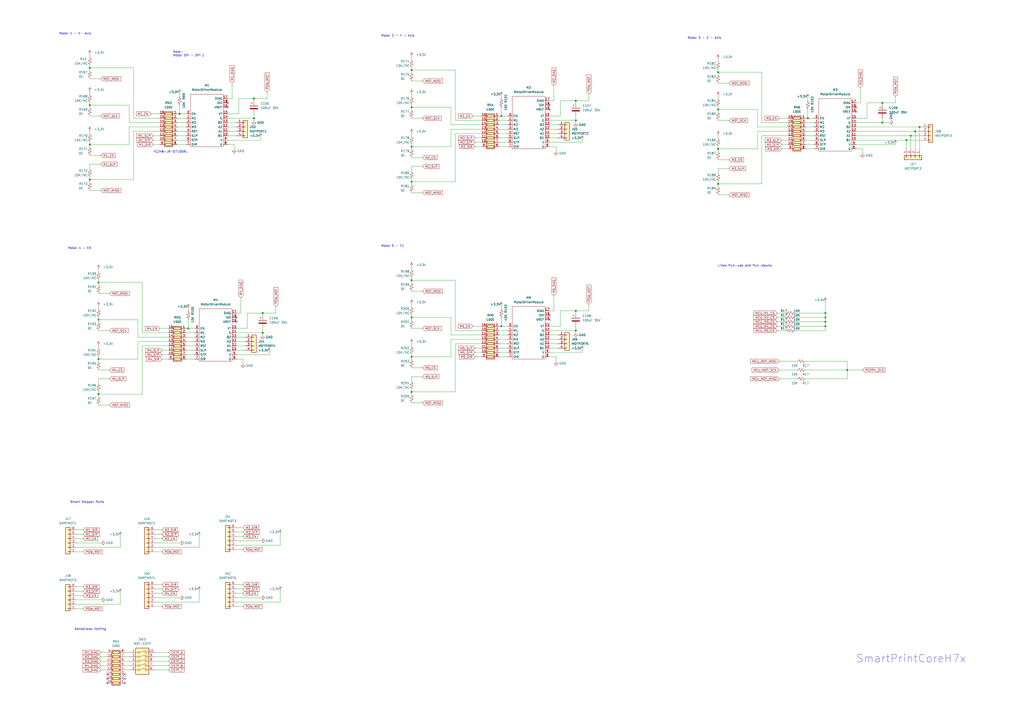
<source format=kicad_sch>
(kicad_sch (version 20230121) (generator eeschema)
  (paper "A2")
  (title_block (title "Motor Drivers") (date "2024-01-18") (rev "1") (company "Boltz R&D") (comment 1 "License: This work is licensed under CC BY-SA 4.0 "))
  (junction (at 478.79 184.15))
  (junction (at 528.32 78.74))
  (junction (at 478.79 181.61))
  (junction (at 478.79 189.23))
  (junction (at 238.76 62.23))
  (junction (at 334.01 58.42))
  (junction (at 57.15 163.83))
  (junction (at 147.32 57.15))
  (junction (at 334.01 191.77))
  (junction (at 52.07 39.37))
  (junction (at 416.56 63.5))
  (junction (at 478.79 186.69))
  (junction (at 290.83 189.23))
  (junction (at 238.76 162.56))
  (junction (at 525.78 81.28))
  (junction (at 334.01 180.34))
  (junction (at 109.22 190.5))
  (junction (at 238.76 184.15))
  (junction (at 290.83 67.31))
  (junction (at 238.76 40.64))
  (junction (at 238.76 85.09))
  (junction (at 530.86 76.2))
  (junction (at 511.81 71.12))
  (junction (at 416.56 106.68))
  (junction (at 57.15 228.6))
  (junction (at 238.76 227.33))
  (junction (at 152.4 193.04))
  (junction (at 238.76 105.41))
  (junction (at 147.32 68.58))
  (junction (at 52.07 104.14))
  (junction (at 52.07 60.96))
  (junction (at 468.63 68.58))
  (junction (at 533.4 73.66))
  (junction (at 152.4 181.61))
  (junction (at 57.15 185.42))
  (junction (at 52.07 83.82))
  (junction (at 511.81 59.69))
  (junction (at 491.49 214.63))
  (junction (at 57.15 208.28))
  (junction (at 104.14 66.04))
  (junction (at 416.56 41.91))
  (junction (at 334.01 69.85))
  (junction (at 238.76 207.01))
  (junction (at 416.56 86.36))
  (no_connect (at 132.08 62.23))
  (no_connect (at 62.23 396.24))
  (no_connect (at 132.08 59.69))
  (no_connect (at 318.77 60.96))
  (no_connect (at 72.39 391.16))
  (no_connect (at 318.77 63.5))
  (no_connect (at 62.23 391.16))
  (no_connect (at 496.57 64.77))
  (no_connect (at 318.77 182.88))
  (no_connect (at 137.16 186.69))
  (no_connect (at 62.23 393.7))
  (no_connect (at 72.39 393.7))
  (no_connect (at 72.39 396.24))
  (no_connect (at 137.16 184.15))
  (no_connect (at 318.77 185.42))
  (no_connect (at 496.57 62.23))
  (wire (pts (xy 52.07 38.1) (xy 52.07 39.37)))
  (wire (pts (xy 325.12 67.31) (xy 325.12 58.42)))
  (wire (pts (xy 245.11 91.44) (xy 238.76 91.44)))
  (wire (pts (xy 416.56 55.88) (xy 416.56 57.15)))
  (wire (pts (xy 457.2 76.2) (xy 439.42 76.2)))
  (wire (pts (xy 238.76 33.02) (xy 238.76 34.29)))
  (wire (pts (xy 441.96 71.12) (xy 441.96 41.91)))
  (wire (pts (xy 152.4 181.61) (xy 160.02 181.61)))
  (wire (pts (xy 132.08 73.66) (xy 137.16 73.66)))
  (wire (pts (xy 58.42 110.49) (xy 52.07 110.49)))
  (wire (pts (xy 140.97 208.28) (xy 140.97 210.82)))
  (wire (pts (xy 245.11 96.52) (xy 238.76 96.52)))
  (wire (pts (xy 72.39 378.46) (xy 74.93 378.46)))
  (wire (pts (xy 533.4 73.66) (xy 533.4 86.36)))
  (wire (pts (xy 63.5 170.18) (xy 57.15 170.18)))
  (wire (pts (xy 138.43 57.15) (xy 147.32 57.15)))
  (wire (pts (xy 115.57 349.25) (xy 115.57 342.9)))
  (wire (pts (xy 107.95 76.2) (xy 102.87 76.2)))
  (wire (pts (xy 264.16 77.47) (xy 264.16 105.41)))
  (wire (pts (xy 261.62 194.31) (xy 261.62 184.15)))
  (wire (pts (xy 139.7 172.72) (xy 139.7 181.61)))
  (wire (pts (xy 57.15 184.15) (xy 57.15 185.42)))
  (wire (pts (xy 461.01 184.15) (xy 478.79 184.15)))
  (wire (pts (xy 72.39 388.62) (xy 74.93 388.62)))
  (wire (pts (xy 107.95 205.74) (xy 113.03 205.74)))
  (wire (pts (xy 74.93 71.12) (xy 74.93 60.96)))
  (wire (pts (xy 137.16 344.17) (xy 140.97 344.17)))
  (wire (pts (xy 519.43 55.88) (xy 519.43 59.69)))
  (wire (pts (xy 491.49 214.63) (xy 491.49 219.71)))
  (wire (pts (xy 422.91 113.03) (xy 416.56 113.03)))
  (wire (pts (xy 416.56 62.23) (xy 416.56 63.5)))
  (wire (pts (xy 318.77 85.09) (xy 322.58 85.09)))
  (wire (pts (xy 450.85 191.77) (xy 455.93 191.77)))
  (wire (pts (xy 152.4 194.31) (xy 152.4 193.04)))
  (wire (pts (xy 289.56 67.31) (xy 290.83 67.31)))
  (wire (pts (xy 502.92 59.69) (xy 511.81 59.69)))
  (wire (pts (xy 318.77 189.23) (xy 325.12 189.23)))
  (wire (pts (xy 441.96 78.74) (xy 441.96 106.68)))
  (wire (pts (xy 422.91 97.79) (xy 416.56 97.79)))
  (wire (pts (xy 499.11 50.8) (xy 499.11 59.69)))
  (wire (pts (xy 152.4 193.04) (xy 152.4 190.5)))
  (wire (pts (xy 143.51 181.61) (xy 152.4 181.61)))
  (wire (pts (xy 325.12 58.42) (xy 334.01 58.42)))
  (wire (pts (xy 72.39 381) (xy 74.93 381)))
  (wire (pts (xy 318.77 74.93) (xy 323.85 74.93)))
  (wire (pts (xy 44.45 342.9) (xy 48.26 342.9)))
  (wire (pts (xy 290.83 55.88) (xy 290.83 57.15)))
  (wire (pts (xy 52.07 95.25) (xy 52.07 97.79)))
  (wire (pts (xy 58.42 386.08) (xy 62.23 386.08)))
  (wire (pts (xy 44.45 312.42) (xy 48.26 312.42)))
  (wire (pts (xy 88.9 78.74) (xy 92.71 78.74)))
  (wire (pts (xy 137.16 200.66) (xy 142.24 200.66)))
  (wire (pts (xy 57.15 200.66) (xy 57.15 201.93)))
  (wire (pts (xy 102.87 78.74) (xy 107.95 78.74)))
  (wire (pts (xy 478.79 181.61) (xy 478.79 184.15)))
  (wire (pts (xy 472.44 73.66) (xy 467.36 73.66)))
  (wire (pts (xy 162.56 349.25) (xy 162.56 342.9)))
  (wire (pts (xy 275.59 82.55) (xy 279.4 82.55)))
  (wire (pts (xy 318.77 191.77) (xy 334.01 191.77)))
  (wire (pts (xy 264.16 199.39) (xy 264.16 227.33)))
  (wire (pts (xy 44.45 317.5) (xy 69.85 317.5)))
  (wire (pts (xy 137.16 351.79) (xy 140.97 351.79)))
  (wire (pts (xy 113.03 198.12) (xy 107.95 198.12)))
  (wire (pts (xy 453.39 86.36) (xy 457.2 86.36)))
  (wire (pts (xy 261.62 74.93) (xy 261.62 85.09)))
  (wire (pts (xy 97.79 198.12) (xy 80.01 198.12)))
  (wire (pts (xy 137.16 205.74) (xy 156.21 205.74)))
  (wire (pts (xy 44.45 320.04) (xy 48.26 320.04)))
  (wire (pts (xy 289.56 189.23) (xy 290.83 189.23)))
  (wire (pts (xy 453.39 83.82) (xy 457.2 83.82)))
  (wire (pts (xy 467.36 68.58) (xy 468.63 68.58)))
  (wire (pts (xy 416.56 86.36) (xy 439.42 86.36)))
  (wire (pts (xy 525.78 81.28) (xy 525.78 86.36)))
  (wire (pts (xy 289.56 82.55) (xy 294.64 82.55)))
  (wire (pts (xy 58.42 95.25) (xy 52.07 95.25)))
  (wire (pts (xy 93.98 205.74) (xy 97.79 205.74)))
  (wire (pts (xy 279.4 74.93) (xy 261.62 74.93)))
  (wire (pts (xy 92.71 76.2) (xy 77.47 76.2)))
  (wire (pts (xy 416.56 106.68) (xy 441.96 106.68)))
  (wire (pts (xy 107.95 208.28) (xy 113.03 208.28)))
  (wire (pts (xy 461.01 191.77) (xy 478.79 191.77)))
  (wire (pts (xy 496.57 78.74) (xy 528.32 78.74)))
  (wire (pts (xy 238.76 154.94) (xy 238.76 156.21)))
  (wire (pts (xy 294.64 69.85) (xy 289.56 69.85)))
  (wire (pts (xy 52.07 104.14) (xy 52.07 105.41)))
  (wire (pts (xy 44.45 350.52) (xy 69.85 350.52)))
  (wire (pts (xy 132.08 81.28) (xy 151.13 81.28)))
  (wire (pts (xy 322.58 85.09) (xy 322.58 87.63)))
  (wire (pts (xy 496.57 76.2) (xy 530.86 76.2)))
  (wire (pts (xy 461.01 189.23) (xy 478.79 189.23)))
  (wire (pts (xy 416.56 106.68) (xy 416.56 107.95)))
  (wire (pts (xy 525.78 81.28) (xy 534.67 81.28)))
  (wire (pts (xy 134.62 57.15) (xy 132.08 57.15)))
  (wire (pts (xy 137.16 203.2) (xy 142.24 203.2)))
  (wire (pts (xy 63.5 214.63) (xy 57.15 214.63)))
  (wire (pts (xy 137.16 208.28) (xy 140.97 208.28)))
  (wire (pts (xy 515.62 71.12) (xy 511.81 71.12)))
  (wire (pts (xy 238.76 40.64) (xy 238.76 41.91)))
  (wire (pts (xy 290.83 189.23) (xy 294.64 189.23)))
  (wire (pts (xy 416.56 40.64) (xy 416.56 41.91)))
  (wire (pts (xy 97.79 383.54) (xy 90.17 383.54)))
  (wire (pts (xy 461.01 186.69) (xy 478.79 186.69)))
  (wire (pts (xy 422.91 92.71) (xy 416.56 92.71)))
  (wire (pts (xy 90.17 312.42) (xy 93.98 312.42)))
  (wire (pts (xy 318.77 201.93) (xy 323.85 201.93)))
  (wire (pts (xy 238.76 207.01) (xy 261.62 207.01)))
  (wire (pts (xy 152.4 181.61) (xy 152.4 182.88)))
  (wire (pts (xy 104.14 60.96) (xy 104.14 66.04)))
  (wire (pts (xy 238.76 162.56) (xy 238.76 163.83)))
  (wire (pts (xy 264.16 191.77) (xy 279.4 191.77)))
  (wire (pts (xy 92.71 71.12) (xy 74.93 71.12)))
  (wire (pts (xy 87.63 66.04) (xy 92.71 66.04)))
  (wire (pts (xy 238.76 85.09) (xy 261.62 85.09)))
  (wire (pts (xy 132.08 76.2) (xy 137.16 76.2)))
  (wire (pts (xy 238.76 40.64) (xy 264.16 40.64)))
  (wire (pts (xy 57.15 208.28) (xy 80.01 208.28)))
  (wire (pts (xy 92.71 73.66) (xy 74.93 73.66)))
  (wire (pts (xy 147.32 57.15) (xy 147.32 58.42)))
  (wire (pts (xy 478.79 189.23) (xy 478.79 191.77)))
  (wire (pts (xy 57.15 185.42) (xy 80.01 185.42)))
  (wire (pts (xy 511.81 71.12) (xy 511.81 68.58)))
  (wire (pts (xy 63.5 234.95) (xy 57.15 234.95)))
  (wire (pts (xy 472.44 71.12) (xy 467.36 71.12)))
  (wire (pts (xy 453.39 81.28) (xy 457.2 81.28)))
  (wire (pts (xy 238.76 162.56) (xy 264.16 162.56)))
  (wire (pts (xy 52.07 53.34) (xy 52.07 54.61)))
  (wire (pts (xy 90.17 307.34) (xy 93.98 307.34)))
  (wire (pts (xy 238.76 205.74) (xy 238.76 207.01)))
  (wire (pts (xy 109.22 179.07) (xy 109.22 180.34)))
  (wire (pts (xy 318.77 199.39) (xy 323.85 199.39)))
  (wire (pts (xy 318.77 194.31) (xy 323.85 194.31)))
  (wire (pts (xy 52.07 31.75) (xy 52.07 33.02)))
  (wire (pts (xy 57.15 228.6) (xy 57.15 229.87)))
  (wire (pts (xy 137.16 308.61) (xy 140.97 308.61)))
  (wire (pts (xy 337.82 204.47) (xy 337.82 203.2)))
  (wire (pts (xy 502.92 68.58) (xy 502.92 59.69)))
  (wire (pts (xy 90.17 346.71) (xy 104.14 346.71)))
  (wire (pts (xy 52.07 60.96) (xy 52.07 62.23)))
  (wire (pts (xy 57.15 162.56) (xy 57.15 163.83)))
  (wire (pts (xy 97.79 388.62) (xy 90.17 388.62)))
  (wire (pts (xy 74.93 73.66) (xy 74.93 83.82)))
  (wire (pts (xy 137.16 349.25) (xy 162.56 349.25)))
  (wire (pts (xy 416.56 41.91) (xy 441.96 41.91)))
  (wire (pts (xy 457.2 71.12) (xy 441.96 71.12)))
  (wire (pts (xy 238.76 77.47) (xy 238.76 78.74)))
  (wire (pts (xy 107.95 203.2) (xy 113.03 203.2)))
  (wire (pts (xy 318.77 207.01) (xy 322.58 207.01)))
  (wire (pts (xy 275.59 201.93) (xy 279.4 201.93)))
  (wire (pts (xy 135.89 83.82) (xy 135.89 86.36)))
  (wire (pts (xy 109.22 185.42) (xy 109.22 190.5)))
  (wire (pts (xy 264.16 69.85) (xy 264.16 40.64)))
  (wire (pts (xy 245.11 46.99) (xy 238.76 46.99)))
  (wire (pts (xy 318.77 69.85) (xy 334.01 69.85)))
  (wire (pts (xy 245.11 218.44) (xy 238.76 218.44)))
  (wire (pts (xy 334.01 69.85) (xy 334.01 67.31)))
  (wire (pts (xy 102.87 66.04) (xy 104.14 66.04)))
  (wire (pts (xy 58.42 90.17) (xy 52.07 90.17)))
  (wire (pts (xy 452.12 219.71) (xy 462.28 219.71)))
  (wire (pts (xy 69.85 317.5) (xy 69.85 311.15)))
  (wire (pts (xy 93.98 203.2) (xy 97.79 203.2)))
  (wire (pts (xy 452.12 214.63) (xy 462.28 214.63)))
  (wire (pts (xy 238.76 207.01) (xy 238.76 208.28)))
  (wire (pts (xy 102.87 83.82) (xy 107.95 83.82)))
  (wire (pts (xy 77.47 68.58) (xy 77.47 39.37)))
  (wire (pts (xy 104.14 54.61) (xy 104.14 55.88)))
  (wire (pts (xy 496.57 68.58) (xy 502.92 68.58)))
  (wire (pts (xy 416.56 78.74) (xy 416.56 80.01)))
  (wire (pts (xy 533.4 73.66) (xy 534.67 73.66)))
  (wire (pts (xy 261.62 72.39) (xy 261.62 62.23)))
  (wire (pts (xy 318.77 72.39) (xy 323.85 72.39)))
  (wire (pts (xy 44.45 309.88) (xy 48.26 309.88)))
  (wire (pts (xy 468.63 68.58) (xy 472.44 68.58)))
  (wire (pts (xy 321.31 58.42) (xy 318.77 58.42)))
  (wire (pts (xy 416.56 105.41) (xy 416.56 106.68)))
  (wire (pts (xy 491.49 209.55) (xy 491.49 214.63)))
  (wire (pts (xy 44.45 345.44) (xy 48.26 345.44)))
  (wire (pts (xy 137.16 311.15) (xy 140.97 311.15)))
  (wire (pts (xy 530.86 76.2) (xy 534.67 76.2)))
  (wire (pts (xy 137.16 313.69) (xy 151.13 313.69)))
  (wire (pts (xy 468.63 63.5) (xy 468.63 68.58)))
  (wire (pts (xy 238.76 218.44) (xy 238.76 220.98)))
  (wire (pts (xy 500.38 86.36) (xy 500.38 88.9)))
  (wire (pts (xy 104.14 66.04) (xy 107.95 66.04)))
  (wire (pts (xy 137.16 341.63) (xy 140.97 341.63)))
  (wire (pts (xy 496.57 86.36) (xy 500.38 86.36)))
  (wire (pts (xy 44.45 347.98) (xy 58.42 347.98)))
  (wire (pts (xy 57.15 227.33) (xy 57.15 228.6)))
  (wire (pts (xy 321.31 180.34) (xy 318.77 180.34)))
  (wire (pts (xy 238.76 176.53) (xy 238.76 177.8)))
  (wire (pts (xy 238.76 161.29) (xy 238.76 162.56)))
  (wire (pts (xy 63.5 219.71) (xy 57.15 219.71)))
  (wire (pts (xy 113.03 193.04) (xy 107.95 193.04)))
  (wire (pts (xy 52.07 59.69) (xy 52.07 60.96)))
  (wire (pts (xy 52.07 104.14) (xy 77.47 104.14)))
  (wire (pts (xy 439.42 76.2) (xy 439.42 86.36)))
  (wire (pts (xy 90.17 341.63) (xy 93.98 341.63)))
  (wire (pts (xy 44.45 314.96) (xy 58.42 314.96)))
  (wire (pts (xy 279.4 77.47) (xy 264.16 77.47)))
  (wire (pts (xy 422.91 48.26) (xy 416.56 48.26)))
  (wire (pts (xy 238.76 184.15) (xy 238.76 185.42)))
  (wire (pts (xy 137.16 316.23) (xy 162.56 316.23)))
  (wire (pts (xy 90.17 349.25) (xy 115.57 349.25)))
  (wire (pts (xy 290.83 184.15) (xy 290.83 189.23)))
  (wire (pts (xy 294.64 196.85) (xy 289.56 196.85)))
  (wire (pts (xy 90.17 314.96) (xy 104.14 314.96)))
  (wire (pts (xy 491.49 214.63) (xy 500.38 214.63)))
  (wire (pts (xy 156.21 205.74) (xy 156.21 204.47)))
  (wire (pts (xy 467.36 83.82) (xy 472.44 83.82)))
  (wire (pts (xy 97.79 381) (xy 90.17 381)))
  (wire (pts (xy 511.81 59.69) (xy 511.81 60.96)))
  (wire (pts (xy 325.12 189.23) (xy 325.12 180.34)))
  (wire (pts (xy 334.01 58.42) (xy 334.01 59.69)))
  (wire (pts (xy 69.85 350.52) (xy 69.85 344.17)))
  (wire (pts (xy 58.42 381) (xy 62.23 381)))
  (wire (pts (xy 238.76 226.06) (xy 238.76 227.33)))
  (wire (pts (xy 472.44 78.74) (xy 467.36 78.74)))
  (wire (pts (xy 57.15 177.8) (xy 57.15 179.07)))
  (wire (pts (xy 468.63 57.15) (xy 468.63 58.42)))
  (wire (pts (xy 496.57 71.12) (xy 511.81 71.12)))
  (wire (pts (xy 107.95 71.12) (xy 102.87 71.12)))
  (wire (pts (xy 52.07 82.55) (xy 52.07 83.82)))
  (wire (pts (xy 92.71 190.5) (xy 97.79 190.5)))
  (wire (pts (xy 321.31 171.45) (xy 321.31 180.34)))
  (wire (pts (xy 151.13 81.28) (xy 151.13 80.01)))
  (wire (pts (xy 416.56 97.79) (xy 416.56 100.33)))
  (wire (pts (xy 52.07 83.82) (xy 52.07 85.09)))
  (wire (pts (xy 416.56 41.91) (xy 416.56 43.18)))
  (wire (pts (xy 457.2 73.66) (xy 439.42 73.66)))
  (wire (pts (xy 450.85 186.69) (xy 455.93 186.69)))
  (wire (pts (xy 154.94 53.34) (xy 154.94 57.15)))
  (wire (pts (xy 90.17 320.04) (xy 93.98 320.04)))
  (wire (pts (xy 318.77 77.47) (xy 323.85 77.47)))
  (wire (pts (xy 238.76 227.33) (xy 264.16 227.33)))
  (wire (pts (xy 334.01 180.34) (xy 341.63 180.34)))
  (wire (pts (xy 107.95 68.58) (xy 102.87 68.58)))
  (wire (pts (xy 44.45 353.06) (xy 48.26 353.06)))
  (wire (pts (xy 52.07 102.87) (xy 52.07 104.14)))
  (wire (pts (xy 450.85 181.61) (xy 455.93 181.61)))
  (wire (pts (xy 289.56 85.09) (xy 294.64 85.09)))
  (wire (pts (xy 461.01 181.61) (xy 478.79 181.61)))
  (wire (pts (xy 132.08 71.12) (xy 137.16 71.12)))
  (wire (pts (xy 279.4 199.39) (xy 264.16 199.39)))
  (wire (pts (xy 334.01 191.77) (xy 334.01 189.23)))
  (wire (pts (xy 422.91 69.85) (xy 416.56 69.85)))
  (wire (pts (xy 325.12 180.34) (xy 334.01 180.34)))
  (wire (pts (xy 138.43 66.04) (xy 138.43 57.15)))
  (wire (pts (xy 238.76 62.23) (xy 261.62 62.23)))
  (wire (pts (xy 97.79 378.46) (xy 90.17 378.46)))
  (wire (pts (xy 290.83 62.23) (xy 290.83 67.31)))
  (wire (pts (xy 467.36 209.55) (xy 491.49 209.55)))
  (wire (pts (xy 416.56 63.5) (xy 416.56 64.77)))
  (wire (pts (xy 238.76 227.33) (xy 238.76 228.6)))
  (wire (pts (xy 44.45 340.36) (xy 48.26 340.36)))
  (wire (pts (xy 499.11 59.69) (xy 496.57 59.69)))
  (wire (pts (xy 52.07 60.96) (xy 74.93 60.96)))
  (wire (pts (xy 57.15 228.6) (xy 82.55 228.6)))
  (wire (pts (xy 115.57 317.5) (xy 115.57 311.15)))
  (wire (pts (xy 58.42 378.46) (xy 62.23 378.46)))
  (wire (pts (xy 238.76 105.41) (xy 264.16 105.41)))
  (wire (pts (xy 238.76 60.96) (xy 238.76 62.23)))
  (wire (pts (xy 416.56 85.09) (xy 416.56 86.36)))
  (wire (pts (xy 137.16 198.12) (xy 142.24 198.12)))
  (wire (pts (xy 139.7 181.61) (xy 137.16 181.61)))
  (wire (pts (xy 416.56 86.36) (xy 416.56 87.63)))
  (wire (pts (xy 496.57 81.28) (xy 525.78 81.28)))
  (wire (pts (xy 147.32 68.58) (xy 147.32 66.04)))
  (wire (pts (xy 318.77 67.31) (xy 325.12 67.31)))
  (wire (pts (xy 467.36 86.36) (xy 472.44 86.36)))
  (wire (pts (xy 318.77 204.47) (xy 337.82 204.47)))
  (wire (pts (xy 107.95 190.5) (xy 109.22 190.5)))
  (wire (pts (xy 528.32 78.74) (xy 528.32 86.36)))
  (wire (pts (xy 137.16 339.09) (xy 140.97 339.09)))
  (wire (pts (xy 289.56 204.47) (xy 294.64 204.47)))
  (wire (pts (xy 294.64 194.31) (xy 289.56 194.31)))
  (wire (pts (xy 416.56 63.5) (xy 439.42 63.5)))
  (wire (pts (xy 57.15 163.83) (xy 57.15 165.1)))
  (wire (pts (xy 238.76 83.82) (xy 238.76 85.09)))
  (wire (pts (xy 318.77 80.01) (xy 323.85 80.01)))
  (wire (pts (xy 160.02 177.8) (xy 160.02 181.61)))
  (wire (pts (xy 90.17 309.88) (xy 93.98 309.88)))
  (wire (pts (xy 102.87 81.28) (xy 107.95 81.28)))
  (wire (pts (xy 275.59 207.01) (xy 279.4 207.01)))
  (wire (pts (xy 134.62 48.26) (xy 134.62 57.15)))
  (wire (pts (xy 245.11 111.76) (xy 238.76 111.76)))
  (wire (pts (xy 478.79 186.69) (xy 478.79 189.23)))
  (wire (pts (xy 72.39 386.08) (xy 74.93 386.08)))
  (wire (pts (xy 416.56 34.29) (xy 416.56 35.56)))
  (wire (pts (xy 238.76 39.37) (xy 238.76 40.64)))
  (wire (pts (xy 113.03 195.58) (xy 107.95 195.58)))
  (wire (pts (xy 322.58 207.01) (xy 322.58 209.55)))
  (wire (pts (xy 238.76 184.15) (xy 261.62 184.15)))
  (wire (pts (xy 274.32 189.23) (xy 279.4 189.23)))
  (wire (pts (xy 132.08 66.04) (xy 138.43 66.04)))
  (wire (pts (xy 275.59 80.01) (xy 279.4 80.01)))
  (wire (pts (xy 57.15 219.71) (xy 57.15 222.25)))
  (wire (pts (xy 137.16 195.58) (xy 142.24 195.58)))
  (wire (pts (xy 467.36 81.28) (xy 472.44 81.28)))
  (wire (pts (xy 318.77 82.55) (xy 337.82 82.55)))
  (wire (pts (xy 57.15 207.01) (xy 57.15 208.28)))
  (wire (pts (xy 88.9 81.28) (xy 92.71 81.28)))
  (wire (pts (xy 478.79 175.26) (xy 478.79 181.61)))
  (wire (pts (xy 162.56 316.23) (xy 162.56 309.88)))
  (wire (pts (xy 137.16 318.77) (xy 140.97 318.77)))
  (wire (pts (xy 279.4 69.85) (xy 264.16 69.85)))
  (wire (pts (xy 439.42 73.66) (xy 439.42 63.5)))
  (wire (pts (xy 82.55 200.66) (xy 82.55 228.6)))
  (wire (pts (xy 264.16 191.77) (xy 264.16 162.56)))
  (wire (pts (xy 472.44 76.2) (xy 467.36 76.2)))
  (wire (pts (xy 452.12 209.55) (xy 462.28 209.55)))
  (wire (pts (xy 44.45 307.34) (xy 48.26 307.34)))
  (wire (pts (xy 137.16 190.5) (xy 143.51 190.5)))
  (wire (pts (xy 279.4 196.85) (xy 261.62 196.85)))
  (wire (pts (xy 289.56 80.01) (xy 294.64 80.01)))
  (wire (pts (xy 337.82 82.55) (xy 337.82 81.28)))
  (wire (pts (xy 275.59 204.47) (xy 279.4 204.47)))
  (wire (pts (xy 137.16 346.71) (xy 151.13 346.71)))
  (wire (pts (xy 147.32 57.15) (xy 154.94 57.15)))
  (wire (pts (xy 97.79 195.58) (xy 80.01 195.58)))
  (wire (pts (xy 132.08 68.58) (xy 147.32 68.58)))
  (wire (pts (xy 77.47 76.2) (xy 77.47 104.14)))
  (wire (pts (xy 57.15 185.42) (xy 57.15 186.69)))
  (wire (pts (xy 238.76 62.23) (xy 238.76 63.5)))
  (wire (pts (xy 279.4 72.39) (xy 261.62 72.39)))
  (wire (pts (xy 137.16 306.07) (xy 140.97 306.07)))
  (wire (pts (xy 52.07 83.82) (xy 74.93 83.82)))
  (wire (pts (xy 457.2 78.74) (xy 441.96 78.74)))
  (wire (pts (xy 289.56 191.77) (xy 294.64 191.77)))
  (wire (pts (xy 97.79 193.04) (xy 82.55 193.04)))
  (wire (pts (xy 238.76 104.14) (xy 238.76 105.41)))
  (wire (pts (xy 93.98 208.28) (xy 97.79 208.28)))
  (wire (pts (xy 90.17 317.5) (xy 115.57 317.5)))
  (wire (pts (xy 450.85 184.15) (xy 455.93 184.15)))
  (wire (pts (xy 511.81 59.69) (xy 519.43 59.69)))
  (wire (pts (xy 245.11 168.91) (xy 238.76 168.91)))
  (wire (pts (xy 290.83 177.8) (xy 290.83 179.07)))
  (wire (pts (xy 97.79 386.08) (xy 90.17 386.08)))
  (wire (pts (xy 334.01 193.04) (xy 334.01 191.77)))
  (wire (pts (xy 289.56 201.93) (xy 294.64 201.93)))
  (wire (pts (xy 294.64 72.39) (xy 289.56 72.39)))
  (wire (pts (xy 238.76 199.39) (xy 238.76 200.66)))
  (wire (pts (xy 496.57 73.66) (xy 533.4 73.66)))
  (wire (pts (xy 97.79 200.66) (xy 82.55 200.66)))
  (wire (pts (xy 341.63 54.61) (xy 341.63 58.42)))
  (wire (pts (xy 107.95 73.66) (xy 102.87 73.66)))
  (wire (pts (xy 72.39 383.54) (xy 74.93 383.54)))
  (wire (pts (xy 245.11 213.36) (xy 238.76 213.36)))
  (wire (pts (xy 289.56 207.01) (xy 294.64 207.01)))
  (wire (pts (xy 132.08 78.74) (xy 137.16 78.74)))
  (wire (pts (xy 52.07 76.2) (xy 52.07 77.47)))
  (wire (pts (xy 52.07 39.37) (xy 52.07 40.64)))
  (wire (pts (xy 113.03 200.66) (xy 107.95 200.66)))
  (wire (pts (xy 334.01 71.12) (xy 334.01 69.85)))
  (wire (pts (xy 137.16 193.04) (xy 152.4 193.04)))
  (wire (pts (xy 58.42 383.54) (xy 62.23 383.54)))
  (wire (pts (xy 58.42 45.72) (xy 52.07 45.72)))
  (wire (pts (xy 80.01 198.12) (xy 80.01 208.28)))
  (wire (pts (xy 238.76 105.41) (xy 238.76 106.68)))
  (wire (pts (xy 57.15 208.28) (xy 57.15 209.55)))
  (wire (pts (xy 90.17 339.09) (xy 93.98 339.09)))
  (wire (pts (xy 58.42 388.62) (xy 62.23 388.62)))
  (wire (pts (xy 238.76 85.09) (xy 238.76 86.36)))
  (wire (pts (xy 245.11 68.58) (xy 238.76 68.58)))
  (wire (pts (xy 52.07 39.37) (xy 77.47 39.37)))
  (wire (pts (xy 58.42 67.31) (xy 52.07 67.31)))
  (wire (pts (xy 63.5 191.77) (xy 57.15 191.77)))
  (wire (pts (xy 245.11 190.5) (xy 238.76 190.5)))
  (wire (pts (xy 57.15 156.21) (xy 57.15 157.48)))
  (wire (pts (xy 238.76 182.88) (xy 238.76 184.15)))
  (wire (pts (xy 341.63 176.53) (xy 341.63 180.34)))
  (wire (pts (xy 80.01 195.58) (xy 80.01 185.42)))
  (wire (pts (xy 450.85 189.23) (xy 455.93 189.23)))
  (wire (pts (xy 90.17 351.79) (xy 93.98 351.79)))
  (wire (pts (xy 132.08 83.82) (xy 135.89 83.82)))
  (wire (pts (xy 530.86 76.2) (xy 530.86 86.36)))
  (wire (pts (xy 261.62 196.85) (xy 261.62 207.01)))
  (wire (pts (xy 143.51 190.5) (xy 143.51 181.61)))
  (wire (pts (xy 334.01 58.42) (xy 341.63 58.42)))
  (wire (pts (xy 467.36 219.71) (xy 491.49 219.71)))
  (wire (pts (xy 92.71 68.58) (xy 77.47 68.58)))
  (wire (pts (xy 294.64 74.93) (xy 289.56 74.93)))
  (wire (pts (xy 321.31 49.53) (xy 321.31 58.42)))
  (wire (pts (xy 496.57 83.82) (xy 519.43 83.82)))
  (wire (pts (xy 294.64 77.47) (xy 289.56 77.47)))
  (wire (pts (xy 294.64 199.39) (xy 289.56 199.39)))
  (wire (pts (xy 245.11 233.68) (xy 238.76 233.68)))
  (wire (pts (xy 275.59 85.09) (xy 279.4 85.09)))
  (wire (pts (xy 147.32 69.85) (xy 147.32 68.58)))
  (wire (pts (xy 334.01 180.34) (xy 334.01 181.61)))
  (wire (pts (xy 82.55 193.04) (xy 82.55 163.83)))
  (wire (pts (xy 274.32 67.31) (xy 279.4 67.31)))
  (wire (pts (xy 90.17 344.17) (xy 93.98 344.17)))
  (wire (pts (xy 109.22 190.5) (xy 113.03 190.5)))
  (wire (pts (xy 88.9 83.82) (xy 92.71 83.82)))
  (wire (pts (xy 279.4 194.31) (xy 261.62 194.31)))
  (wire (pts (xy 467.36 214.63) (xy 491.49 214.63)))
  (wire (pts (xy 290.83 67.31) (xy 294.64 67.31)))
  (wire (pts (xy 478.79 184.15) (xy 478.79 186.69)))
  (wire (pts (xy 318.77 196.85) (xy 323.85 196.85)))
  (wire (pts (xy 452.12 68.58) (xy 457.2 68.58)))
  (wire (pts (xy 528.32 78.74) (xy 534.67 78.74)))
  (wire (pts (xy 238.76 54.61) (xy 238.76 55.88)))
  (wire (pts (xy 57.15 163.83) (xy 82.55 163.83)))
  (wire (pts (xy 238.76 96.52) (xy 238.76 99.06)))
  (text "Motor 5 - E1" (at 220.98 143.51 0) (effects (font (size 1.27 1.27)) (justify left bottom)))
  (text "YC248-JR-07100RL" (at 88.9 88.9 0) (effects (font (size 1.27 1.27)) (justify left bottom)))
  (text "Smart Stepper Ports" (at 40.64 292.1 0) (effects (font (size 1.27 1.27)) (justify left bottom)))
  (text "Sensorless Homing" (at 43.18 365.76 0) (effects (font (size 1.27 1.27)) (justify left bottom)))
  (text "Motor 4 - E0" (at 39.37 144.78 0) (effects (font (size 1.27 1.27)) (justify left bottom)))
  (text "Motor 1 - X- Axis" (at 34.29 20.32 0) (effects (font (size 1.27 1.27)) (justify left bottom)))
  (text "Note- \nMotor SPI - SPI 1" (at 100.33 33.02 0) (effects (font (size 1.27 1.27)) (justify left bottom)))
  (text "Motor 3 - Z - Axis" (at 398.78 22.86 0) (effects (font (size 1.27 1.27)) (justify left bottom)))
  (text "Motor 2 - Y - Axis" (at 220.98 21.59 0) (effects (font (size 1.27 1.27)) (justify left bottom)))
  (text "SmartPrintCoreH7x" (at 496.57 384.81 0) (effects (font (size 4.5 4.5)) (justify left bottom)))
  (text "Lines Pull-ups and Pull-downs" (at 416.56 154.94 0) (effects (font (size 1.27 1.27)) (justify left bottom)))
  (global_label "MOT_MISO" (shape input) (at 58.42 110.49 0) (property "Intersheetrefs" "${INTERSHEET_REFS}" (effects hide)))
  (global_label "ESTP_2" (shape input) (at 97.79 383.54 0) (property "Intersheetrefs" "${INTERSHEET_REFS}" (effects hide)))
  (global_label "M1_EN" (shape input) (at 87.63 66.04 180) (property "Intersheetrefs" "${INTERSHEET_REFS}" (effects hide)))
  (global_label "M3_STP" (shape input) (at 453.39 83.82 180) (property "Intersheetrefs" "${INTERSHEET_REFS}" (effects hide)))
  (global_label "M5_DIR" (shape input) (at 140.97 339.09 0) (property "Intersheetrefs" "${INTERSHEET_REFS}" (effects hide)))
  (global_label "M3_DIR" (shape input) (at 48.26 340.36 0) (property "Intersheetrefs" "${INTERSHEET_REFS}" (effects hide)))
  (global_label "M2_DIAG" (shape input) (at 58.42 381 180) (property "Intersheetrefs" "${INTERSHEET_REFS}" (effects hide)))
  (global_label "M3_STP" (shape input) (at 140.97 308.61 0) (property "Intersheetrefs" "${INTERSHEET_REFS}" (effects hide)))
  (global_label "M4_SLP" (shape input) (at 93.98 203.2 180) (property "Intersheetrefs" "${INTERSHEET_REFS}" (effects hide)))
  (global_label "M4_DIAG" (shape input) (at 58.42 386.08 180) (property "Intersheetrefs" "${INTERSHEET_REFS}" (effects hide)))
  (global_label "M1_DIAG" (shape input) (at 134.62 48.26 90) (property "Intersheetrefs" "${INTERSHEET_REFS}" (effects hide)))
  (global_label "POW_MOT" (shape input) (at 140.97 351.79 0) (property "Intersheetrefs" "${INTERSHEET_REFS}" (effects hide)))
  (global_label "MOT_SCK" (shape input) (at 245.11 190.5 0) (property "Intersheetrefs" "${INTERSHEET_REFS}" (effects hide)))
  (global_label "M3_DIR" (shape input) (at 140.97 306.07 0) (property "Intersheetrefs" "${INTERSHEET_REFS}" (effects hide)))
  (global_label "M5_SLP" (shape input) (at 245.11 218.44 0) (property "Intersheetrefs" "${INTERSHEET_REFS}" (effects hide)))
  (global_label "M2_STP" (shape input) (at 93.98 309.88 0) (property "Intersheetrefs" "${INTERSHEET_REFS}" (effects hide)))
  (global_label "MOT_MOSI" (shape input) (at 58.42 45.72 0) (property "Intersheetrefs" "${INTERSHEET_REFS}" (effects hide)))
  (global_label "MOT_SCK" (shape input) (at 422.91 69.85 0) (property "Intersheetrefs" "${INTERSHEET_REFS}" (effects hide)))
  (global_label "M5_CS" (shape input) (at 245.11 213.36 0) (property "Intersheetrefs" "${INTERSHEET_REFS}" (effects hide)))
  (global_label "M5_SLP" (shape input) (at 275.59 201.93 180) (property "Intersheetrefs" "${INTERSHEET_REFS}" (effects hide)))
  (global_label "POW_MOT" (shape input) (at 154.94 53.34 90) (property "Intersheetrefs" "${INTERSHEET_REFS}" (effects hide)))
  (global_label "M3_SLP" (shape input) (at 422.91 97.79 0) (property "Intersheetrefs" "${INTERSHEET_REFS}" (effects hide)))
  (global_label "M1_CS" (shape input) (at 58.42 90.17 0) (property "Intersheetrefs" "${INTERSHEET_REFS}" (effects hide)))
  (global_label "MCU_MOT_MOSI" (shape input) (at 452.12 209.55 180) (property "Intersheetrefs" "${INTERSHEET_REFS}" (effects hide)))
  (global_label "M3_EN" (shape input) (at 48.26 345.44 0) (property "Intersheetrefs" "${INTERSHEET_REFS}" (effects hide)))
  (global_label "MOT_MOSI" (shape input) (at 422.91 48.26 0) (property "Intersheetrefs" "${INTERSHEET_REFS}" (effects hide)))
  (global_label "M4_EN" (shape input) (at 93.98 344.17 0) (property "Intersheetrefs" "${INTERSHEET_REFS}" (effects hide)))
  (global_label "POW_MOT" (shape input) (at 48.26 320.04 0) (property "Intersheetrefs" "${INTERSHEET_REFS}" (effects hide)))
  (global_label "MCU_M1_CS" (shape input) (at 450.85 181.61 180) (property "Intersheetrefs" "${INTERSHEET_REFS}" (effects hide)))
  (global_label "M1_EN" (shape input) (at 48.26 312.42 0) (property "Intersheetrefs" "${INTERSHEET_REFS}" (effects hide)))
  (global_label "MOT_MISO" (shape input) (at 245.11 111.76 0) (property "Intersheetrefs" "${INTERSHEET_REFS}" (effects hide)))
  (global_label "M2_CS" (shape input) (at 245.11 91.44 0) (property "Intersheetrefs" "${INTERSHEET_REFS}" (effects hide)))
  (global_label "ESTP_6" (shape input) (at 97.79 386.08 0) (property "Intersheetrefs" "${INTERSHEET_REFS}" (effects hide)))
  (global_label "MOT_SCK" (shape input) (at 245.11 68.58 0) (property "Intersheetrefs" "${INTERSHEET_REFS}" (effects hide)))
  (global_label "M2_DIAG" (shape input) (at 321.31 49.53 90) (property "Intersheetrefs" "${INTERSHEET_REFS}" (effects hide)))
  (global_label "M3_STP" (shape input) (at 48.26 342.9 0) (property "Intersheetrefs" "${INTERSHEET_REFS}" (effects hide)))
  (global_label "M1_STP" (shape input) (at 88.9 81.28 180) (property "Intersheetrefs" "${INTERSHEET_REFS}" (effects hide)))
  (global_label "MCU_M3_CS" (shape input) (at 450.85 186.69 180) (property "Intersheetrefs" "${INTERSHEET_REFS}" (effects hide)))
  (global_label "MOT_MISO" (shape input) (at 245.11 233.68 0) (property "Intersheetrefs" "${INTERSHEET_REFS}" (effects hide)))
  (global_label "MCU_M5_CS" (shape input) (at 450.85 191.77 180) (property "Intersheetrefs" "${INTERSHEET_REFS}" (effects hide)))
  (global_label "POW_MOT" (shape input) (at 519.43 55.88 90) (property "Intersheetrefs" "${INTERSHEET_REFS}" (effects hide)))
  (global_label "M5_DIR" (shape input) (at 275.59 207.01 180) (property "Intersheetrefs" "${INTERSHEET_REFS}" (effects hide)))
  (global_label "M3_SLP" (shape input) (at 453.39 81.28 180) (property "Intersheetrefs" "${INTERSHEET_REFS}" (effects hide)))
  (global_label "M3_DIAG" (shape input) (at 499.11 50.8 90) (property "Intersheetrefs" "${INTERSHEET_REFS}" (effects hide)))
  (global_label "MCU_MOT_SCK" (shape input) (at 452.12 214.63 180) (property "Intersheetrefs" "${INTERSHEET_REFS}" (effects hide)))
  (global_label "MCU_MOT_MISO" (shape input) (at 452.12 219.71 180) (property "Intersheetrefs" "${INTERSHEET_REFS}" (effects hide)))
  (global_label "POW_MOT" (shape input) (at 341.63 54.61 90) (property "Intersheetrefs" "${INTERSHEET_REFS}" (effects hide)))
  (global_label "M5_EN" (shape input) (at 140.97 344.17 0) (property "Intersheetrefs" "${INTERSHEET_REFS}" (effects hide)))
  (global_label "M5_EN" (shape input) (at 274.32 189.23 180) (property "Intersheetrefs" "${INTERSHEET_REFS}" (effects hide)))
  (global_label "POW_MOT" (shape input) (at 140.97 318.77 0) (property "Intersheetrefs" "${INTERSHEET_REFS}" (effects hide)))
  (global_label "M4_EN" (shape input) (at 92.71 190.5 180) (property "Intersheetrefs" "${INTERSHEET_REFS}" (effects hide)))
  (global_label "PERPH_3V3" (shape input) (at 500.38 214.63 0) (property "Intersheetrefs" "${INTERSHEET_REFS}" (effects hide)))
  (global_label "M3_EN" (shape input) (at 452.12 68.58 180) (property "Intersheetrefs" "${INTERSHEET_REFS}" (effects hide)))
  (global_label "M2_SLP" (shape input) (at 275.59 80.01 180) (property "Intersheetrefs" "${INTERSHEET_REFS}" (effects hide)))
  (global_label "MOT_SCK" (shape input) (at 63.5 191.77 0) (property "Intersheetrefs" "${INTERSHEET_REFS}" (effects hide)))
  (global_label "M1_SLP" (shape input) (at 88.9 78.74 180) (property "Intersheetrefs" "${INTERSHEET_REFS}" (effects hide)))
  (global_label "M4_DIR" (shape input) (at 93.98 339.09 0) (property "Intersheetrefs" "${INTERSHEET_REFS}" (effects hide)))
  (global_label "M3_CS" (shape input) (at 422.91 92.71 0) (property "Intersheetrefs" "${INTERSHEET_REFS}" (effects hide)))
  (global_label "M4_STP" (shape input) (at 93.98 205.74 180) (property "Intersheetrefs" "${INTERSHEET_REFS}" (effects hide)))
  (global_label "M2_DIR" (shape input) (at 93.98 307.34 0) (property "Intersheetrefs" "${INTERSHEET_REFS}" (effects hide)))
  (global_label "M3_DIAG" (shape input) (at 58.42 383.54 180) (property "Intersheetrefs" "${INTERSHEET_REFS}" (effects hide)))
  (global_label "M5_DIAG" (shape input) (at 58.42 388.62 180) (property "Intersheetrefs" "${INTERSHEET_REFS}" (effects hide)))
  (global_label "MOT_MOSI" (shape input) (at 245.11 46.99 0) (property "Intersheetrefs" "${INTERSHEET_REFS}" (effects hide)))
  (global_label "MOT_MOSI" (shape input) (at 63.5 170.18 0) (property "Intersheetrefs" "${INTERSHEET_REFS}" (effects hide)))
  (global_label "MCU_M4_CS" (shape input) (at 450.85 189.23 180) (property "Intersheetrefs" "${INTERSHEET_REFS}" (effects hide)))
  (global_label "POW_MOT" (shape input) (at 160.02 177.8 90) (property "Intersheetrefs" "${INTERSHEET_REFS}" (effects hide)))
  (global_label "M3_EN" (shape input) (at 140.97 311.15 0) (property "Intersheetrefs" "${INTERSHEET_REFS}" (effects hide)))
  (global_label "MOT_MISO" (shape input) (at 422.91 113.03 0) (property "Intersheetrefs" "${INTERSHEET_REFS}" (effects hide)))
  (global_label "M5_DIAG" (shape input) (at 321.31 171.45 90) (property "Intersheetrefs" "${INTERSHEET_REFS}" (effects hide)))
  (global_label "MOT_MISO" (shape input) (at 63.5 234.95 0) (property "Intersheetrefs" "${INTERSHEET_REFS}" (effects hide)))
  (global_label "ESTP_0" (shape input) (at 97.79 378.46 0) (property "Intersheetrefs" "${INTERSHEET_REFS}" (effects hide)))
  (global_label "MOT_SCK" (shape input) (at 58.42 67.31 0) (property "Intersheetrefs" "${INTERSHEET_REFS}" (effects hide)))
  (global_label "POW_MOT" (shape input) (at 48.26 353.06 0) (property "Intersheetrefs" "${INTERSHEET_REFS}" (effects hide)))
  (global_label "M1_DIR" (shape input) (at 88.9 83.82 180) (property "Intersheetrefs" "${INTERSHEET_REFS}" (effects hide)))
  (global_label "MOT_MOSI" (shape input) (at 245.11 168.91 0) (property "Intersheetrefs" "${INTERSHEET_REFS}" (effects hide)))
  (global_label "M4_DIR" (shape input) (at 93.98 208.28 180) (property "Intersheetrefs" "${INTERSHEET_REFS}" (effects hide)))
  (global_label "M1_STP" (shape input) (at 48.26 309.88 0) (property "Intersheetrefs" "${INTERSHEET_REFS}" (effects hide)))
  (global_label "M1_DIR" (shape input) (at 48.26 307.34 0) (property "Intersheetrefs" "${INTERSHEET_REFS}" (effects hide)))
  (global_label "M4_DIAG" (shape input) (at 139.7 172.72 90) (property "Intersheetrefs" "${INTERSHEET_REFS}" (effects hide)))
  (global_label "M5_STP" (shape input) (at 275.59 204.47 180) (property "Intersheetrefs" "${INTERSHEET_REFS}" (effects hide)))
  (global_label "M1_SLP" (shape input) (at 58.42 95.25 0) (property "Intersheetrefs" "${INTERSHEET_REFS}" (effects hide)))
  (global_label "ESTP_7" (shape input) (at 97.79 388.62 0) (property "Intersheetrefs" "${INTERSHEET_REFS}" (effects hide)))
  (global_label "M2_STP" (shape input) (at 275.59 82.55 180) (property "Intersheetrefs" "${INTERSHEET_REFS}" (effects hide)))
  (global_label "M4_STP" (shape input) (at 93.98 341.63 0) (property "Intersheetrefs" "${INTERSHEET_REFS}" (effects hide)))
  (global_label "POW_MOT" (shape input) (at 93.98 320.04 0) (property "Intersheetrefs" "${INTERSHEET_REFS}" (effects hide)))
  (global_label "M1_DIAG" (shape input) (at 58.42 378.46 180) (property "Intersheetrefs" "${INTERSHEET_REFS}" (effects hide)))
  (global_label "POW_MOT" (shape input) (at 93.98 351.79 0) (property "Intersheetrefs" "${INTERSHEET_REFS}" (effects hide)))
  (global_label "M4_SLP" (shape input) (at 63.5 219.71 0) (property "Intersheetrefs" "${INTERSHEET_REFS}" (effects hide)))
  (global_label "M2_SLP" (shape input) (at 245.11 96.52 0) (property "Intersheetrefs" "${INTERSHEET_REFS}" (effects hide)))
  (global_label "M5_STP" (shape input) (at 140.97 341.63 0) (property "Intersheetrefs" "${INTERSHEET_REFS}" (effects hide)))
  (global_label "ESTP_1" (shape input) (at 97.79 381 0) (property "Intersheetrefs" "${INTERSHEET_REFS}" (effects hide)))
  (global_label "M2_EN" (shape input) (at 93.98 312.42 0) (property "Intersheetrefs" "${INTERSHEET_REFS}" (effects hide)))
  (global_label "MCU_M2_CS" (shape input) (at 450.85 184.15 180) (property "Intersheetrefs" "${INTERSHEET_REFS}" (effects hide)))
  (global_label "M2_DIR" (shape input) (at 275.59 85.09 180) (property "Intersheetrefs" "${INTERSHEET_REFS}" (effects hide)))
  (global_label "M4_CS" (shape input) (at 63.5 214.63 0) (property "Intersheetrefs" "${INTERSHEET_REFS}" (effects hide)))
  (global_label "POW_MOT" (shape input) (at 341.63 176.53 90) (property "Intersheetrefs" "${INTERSHEET_REFS}" (effects hide)))
  (global_label "M2_EN" (shape input) (at 274.32 67.31 180) (property "Intersheetrefs" "${INTERSHEET_REFS}" (effects hide)))
  (global_label "M3_DIR" (shape input) (at 453.39 86.36 180) (property "Intersheetrefs" "${INTERSHEET_REFS}" (effects hide)))
  (symbol (lib_id "power:+3.3V") (at 337.82 203.2 0) (unit 1)
    (property "Reference" "#PWR0210" (effects hide))
    (property "Value" "+3.3V" (at 331.47 201.93 0) (effects (justify left)))
  )
  (symbol (lib_id "Device:R_Small_US") (at 57.15 204.47 0) (unit 1)
    (property "Reference" "R194" (at 53.34 203.2 0))
    (property "Value" "10K/NC" (at 52.07 205.74 0))
    (property "Footprint" "Resistor_SMD:R_0402_1005Metric" (effects hide))
    (property "Manufacturer_Part_Number" "DNP/NC" (effects hide))
  )
  (symbol (lib_id "Connector_Generic:Conn_01x06") (at 85.09 314.96 180) (unit 1)
    (property "Reference" "J49" (at 85.09 300.99 0))
    (property "Value" "SMRTMOT2" (at 85.09 303.53 0))
    (property "Footprint" "connectorslibrary:53375-0610" (effects hide))
    (property "Manufacturer_Part_Number" "53375-0610" (effects hide))
  )
  (symbol (lib_id "Device:R_Small_US") (at 238.76 210.82 0) (unit 1)
    (property "Reference" "R203" (at 234.95 209.55 0))
    (property "Value" "0E" (at 233.68 212.09 0))
    (property "Footprint" "Resistor_SMD:R_0402_1005Metric" (effects hide))
    (property "Manufacturer_Part_Number" "CRCW04020000Z0ED" (effects hide))
  )
  (symbol (lib_id "power:+3.3V") (at 290.83 55.88 0) (unit 1)
    (property "Reference" "#PWR0203" (effects hide))
    (property "Value" "+3.3V" (at 284.48 54.61 0) (effects (justify left)))
  )
  (symbol (lib_id "Device:R_Small_US") (at 52.07 43.18 0) (unit 1)
    (property "Reference" "R167" (at 48.26 41.91 0))
    (property "Value" "0E" (at 46.99 44.45 0))
    (property "Footprint" "Resistor_SMD:R_0402_1005Metric" (effects hide))
    (property "Manufacturer_Part_Number" "CRCW04020000Z0ED" (effects hide))
  )
  (symbol (lib_id "power:+3.3V") (at 519.43 83.82 0) (unit 1)
    (property "Reference" "#PWR0217" (effects hide))
    (property "Value" "+3.3V" (at 513.08 82.55 0) (effects (justify left)))
  )
  (symbol (lib_id "Device:R_Small_US") (at 458.47 184.15 270) (unit 1)
    (property "Reference" "R17" (at 454.66 182.88 90))
    (property "Value" "10K" (at 462.28 182.88 90))
    (property "Footprint" "Resistor_SMD:R_0402_1005Metric" (effects hide))
    (property "Manufacturer_Part_Number" "CRCW040210K0FKEDC" (effects hide))
    (instances (project "SmartPrintCoreH7x" (path "" (reference "R17") (unit 1)) (path "" (reference "R156") (unit 1))))
  )
  (symbol (lib_id "Device:R_Small_US") (at 290.83 59.69 0) (unit 1)
    (property "Reference" "R101" (at 293.37 57.15 90))
    (property "Value" "10K" (at 293.37 62.23 90))
    (property "Footprint" "Resistor_SMD:R_0402_1005Metric" (effects hide))
    (property "Manufacturer_Part_Number" "CRCW040210K0FKEDC" (effects hide))
  )
  (symbol (lib_id "power:+3.3V") (at 52.07 31.75 0) (unit 1)
    (property "Reference" "#PWR0171" (effects hide))
    (property "Value" "+3.3V" (at 54.61 30.4799 0) (effects (justify left)))
  )
  (symbol (lib_id "Device:R_Small_US") (at 104.14 58.42 0) (unit 1)
    (property "Reference" "R99" (at 106.68 55.88 90))
    (property "Value" "10K" (at 106.68 60.96 90))
    (property "Footprint" "Resistor_SMD:R_0402_1005Metric" (effects hide))
    (property "Manufacturer_Part_Number" "CRCW040210K0FKEDC" (effects hide))
  )
  (symbol (lib_id "Device:R_Pack08") (at 462.28 78.74 90) (mirror x) (unit 1)
    (property "Reference" "RN6" (at 462.28 62.23 90))
    (property "Value" "100E" (at 462.28 64.77 90))
    (property "Footprint" "YC248_JR_07100RL:R_Array_Convex_8x0602" (effects hide))
    (property "Manufacturer_Part_Number" "YC248-JR-07100RL" (effects hide))
  )
  (symbol (lib_id "power:+3.3V") (at 52.07 76.2 0) (unit 1)
    (property "Reference" "#PWR0173" (effects hide))
    (property "Value" "+3.3V" (at 54.61 74.9299 0) (effects (justify left)))
  )
  (symbol (lib_id "power:GND") (at 58.42 347.98 90) (unit 1)
    (property "Reference" "#PWR0178" (effects hide))
    (property "Value" "GND" (at 63.5 347.98 90))
  )
  (symbol (lib_id "power:+3.3V") (at 156.21 204.47 0) (unit 1)
    (property "Reference" "#PWR0194" (effects hide))
    (property "Value" "+3.3V" (at 149.86 203.2 0) (effects (justify left)))
  )
  (symbol (lib_id "Device:R_Small_US") (at 464.82 214.63 270) (unit 1)
    (property "Reference" "R17" (at 467.36 217.17 90))
    (property "Value" "10K" (at 461.01 217.17 90))
    (property "Footprint" "Resistor_SMD:R_0402_1005Metric" (effects hide))
    (property "Manufacturer_Part_Number" "CRCW040210K0FKEDC" (effects hide))
    (instances (project "SmartPrintCoreH7x" (path "" (reference "R17") (unit 1)) (path "" (reference "R151") (unit 1))))
  )
  (symbol (lib_id "power:+3.3V") (at 238.76 54.61 0) (unit 1)
    (property "Reference" "#PWR0197" (effects hide))
    (property "Value" "+3.3V" (at 241.3 53.3399 0) (effects (justify left)))
  )
  (symbol (lib_id "power:+3.3V") (at 69.85 311.15 0) (unit 1)
    (property "Reference" "#PWR0179" (effects hide))
    (property "Value" "+3.3V" (at 63.5 309.88 0) (effects (justify left)))
  )
  (symbol (lib_id "power:+3.3V") (at 115.57 311.15 0) (unit 1)
    (property "Reference" "#PWR0185" (effects hide))
    (property "Value" "+3.3V" (at 109.22 309.88 0) (effects (justify left)))
  )
  (symbol (lib_id "power:+3.3V") (at 69.85 344.17 0) (unit 1)
    (property "Reference" "#PWR0180" (effects hide))
    (property "Value" "+3.3V" (at 63.5 342.9 0) (effects (justify left)))
  )
  (symbol (lib_id "Device:R_Small_US") (at 52.07 64.77 0) (unit 1)
    (property "Reference" "R169" (at 48.26 63.5 0))
    (property "Value" "0E" (at 46.99 66.04 0))
    (property "Footprint" "Resistor_SMD:R_0402_1005Metric" (effects hide))
    (property "Manufacturer_Part_Number" "CRCW04020000Z0ED" (effects hide))
  )
  (symbol (lib_id "power:GND") (at 135.89 86.36 0) (unit 1)
    (property "Reference" "#PWR0187" (effects hide))
    (property "Value" "GND" (at 139.7 87.63 0))
  )
  (symbol (lib_id "Device:R_Small_US") (at 109.22 182.88 0) (unit 1)
    (property "Reference" "R100" (at 111.76 180.34 90))
    (property "Value" "10K" (at 111.76 185.42 90))
    (property "Footprint" "Resistor_SMD:R_0402_1005Metric" (effects hide))
    (property "Manufacturer_Part_Number" "CRCW040210K0FKEDC" (effects hide))
  )
  (symbol (lib_id "Device:R_Small_US") (at 416.56 45.72 0) (unit 1)
    (property "Reference" "R183" (at 412.75 44.45 0))
    (property "Value" "0E" (at 411.48 46.99 0))
    (property "Footprint" "Resistor_SMD:R_0402_1005Metric" (effects hide))
    (property "Manufacturer_Part_Number" "CRCW04020000Z0ED" (effects hide))
  )
  (symbol (lib_id "Device:R_Small_US") (at 52.07 107.95 0) (unit 1)
    (property "Reference" "R173" (at 48.26 106.68 0))
    (property "Value" "0E" (at 46.99 109.22 0))
    (property "Footprint" "Resistor_SMD:R_0402_1005Metric" (effects hide))
    (property "Manufacturer_Part_Number" "CRCW04020000Z0ED" (effects hide))
  )
  (symbol (lib_id "power:+3.3V") (at 416.56 34.29 0) (unit 1)
    (property "Reference" "#PWR0199" (effects hide))
    (property "Value" "+3.3V" (at 419.1 33.0199 0) (effects (justify left)))
  )
  (symbol (lib_id "power:+3.3V") (at 57.15 156.21 0) (unit 1)
    (property "Reference" "#PWR0174" (effects hide))
    (property "Value" "+3.3V" (at 59.69 154.9399 0) (effects (justify left)))
  )
  (symbol (lib_id "power:+3.3V") (at 238.76 154.94 0) (unit 1)
    (property "Reference" "#PWR0200" (effects hide))
    (property "Value" "+3.3V" (at 241.3 153.6699 0) (effects (justify left)))
  )
  (symbol (lib_id "Device:R_Small_US") (at 57.15 224.79 0) (unit 1)
    (property "Reference" "R196" (at 53.34 223.52 0))
    (property "Value" "10K/NC" (at 52.07 226.06 0))
    (property "Footprint" "Resistor_SMD:R_0402_1005Metric" (effects hide))
    (property "Manufacturer_Part_Number" "DNP/NC" (effects hide))
  )
  (symbol (lib_id "Device:R_Small_US") (at 458.47 186.69 270) (unit 1)
    (property "Reference" "R17" (at 454.66 185.42 90))
    (property "Value" "10K" (at 462.28 185.42 90))
    (property "Footprint" "Resistor_SMD:R_0402_1005Metric" (effects hide))
    (property "Manufacturer_Part_Number" "CRCW040210K0FKEDC" (effects hide))
    (instances (project "SmartPrintCoreH7x" (path "" (reference "R17") (unit 1)) (path "" (reference "R157") (unit 1))))
  )
  (symbol (lib_id "Connector_Generic:Conn_01x04") (at 530.86 91.44 270) (unit 1)
    (property "Reference" "J57" (at 529.59 95.25 90))
    (property "Value" "MOTPORT3" (at 529.59 97.79 90))
    (property "Footprint" "connectorslibrary:53375-0410" (effects hide))
    (property "Manufacturer_Part_Number" "53375-0410" (effects hide))
  )
  (symbol (lib_id "Device:R_Pack08") (at 284.48 199.39 90) (mirror x) (unit 1)
    (property "Reference" "RN5" (at 284.48 182.88 90))
    (property "Value" "100E" (at 284.48 185.42 90))
    (property "Footprint" "YC248_JR_07100RL:R_Array_Convex_8x0602" (effects hide))
    (property "Manufacturer_Part_Number" "YC248-JR-07100RL" (effects hide))
  )
  (symbol (lib_id "Connector_Generic:Conn_01x04") (at 328.93 196.85 0) (unit 1)
    (property "Reference" "J56" (at 331.47 196.8499 0) (effects (justify left)))
    (property "Value" "MOTPORT5" (at 331.47 199.3899 0) (effects (justify left)))
    (property "Footprint" "connectorslibrary:53375-0410" (effects hide))
    (property "Manufacturer_Part_Number" "53375-0410" (effects hide))
  )
  (symbol (lib_id "power:+3.3V") (at 52.07 53.34 0) (unit 1)
    (property "Reference" "#PWR0172" (effects hide))
    (property "Value" "+3.3V" (at 54.61 52.0699 0) (effects (justify left)))
  )
  (symbol (lib_id "power:+3.3V") (at 162.56 309.88 0) (unit 1)
    (property "Reference" "#PWR0195" (effects hide))
    (property "Value" "+3.3V" (at 156.21 308.61 0) (effects (justify left)))
  )
  (symbol (lib_id "Device:R_Pack08") (at 284.48 77.47 90) (mirror x) (unit 1)
    (property "Reference" "RN4" (at 284.48 60.96 90))
    (property "Value" "100E" (at 284.48 63.5 90))
    (property "Footprint" "YC248_JR_07100RL:R_Array_Convex_8x0602" (effects hide))
    (property "Manufacturer_Part_Number" "YC248-JR-07100RL" (effects hide))
  )
  (symbol (lib_id "Device:R_Small_US") (at 290.83 181.61 0) (unit 1)
    (property "Reference" "R102" (at 293.37 179.07 90))
    (property "Value" "10K" (at 293.37 184.15 90))
    (property "Footprint" "Resistor_SMD:R_0402_1005Metric" (effects hide))
    (property "Manufacturer_Part_Number" "CRCW040210K0FKEDC" (effects hide))
  )
  (symbol (lib_id "Device:R_Small_US") (at 468.63 60.96 0) (unit 1)
    (property "Reference" "R103" (at 471.17 58.42 90))
    (property "Value" "10K" (at 471.17 63.5 90))
    (property "Footprint" "Resistor_SMD:R_0402_1005Metric" (effects hide))
    (property "Manufacturer_Part_Number" "CRCW040210K0FKEDC" (effects hide))
  )
  (symbol (lib_id "Device:R_Small_US") (at 416.56 102.87 0) (unit 1)
    (property "Reference" "R188" (at 412.75 101.6 0))
    (property "Value" "10K/NC" (at 411.48 104.14 0))
    (property "Footprint" "Resistor_SMD:R_0402_1005Metric" (effects hide))
    (property "Manufacturer_Part_Number" "DNP/NC" (effects hide))
  )
  (symbol (lib_id "Device:R_Small_US") (at 464.82 219.71 270) (unit 1)
    (property "Reference" "R17" (at 467.36 222.25 90))
    (property "Value" "10K" (at 461.01 222.25 90))
    (property "Footprint" "Resistor_SMD:R_0402_1005Metric" (effects hide))
    (property "Manufacturer_Part_Number" "CRCW040210K0FKEDC" (effects hide))
    (instances (project "SmartPrintCoreH7x" (path "" (reference "R17") (unit 1)) (path "" (reference "R154") (unit 1))))
  )
  (symbol (lib_id "motordrivermodule:MotorDriverModule") (at 306.07 184.15 0) (unit 1)
    (property "Reference" "M5" (at 306.705 172.72 0))
    (property "Value" "MotorDriverModule" (at 306.705 175.26 0))
    (property "Footprint" "motordrivermodule:MotorDriverModuleBase" (effects hide))
    (property "Manufacturer_Part_Number" "DNP/NC" (effects hide))
  )
  (symbol (lib_id "Device:R_Small_US") (at 458.47 191.77 270) (unit 1)
    (property "Reference" "R17" (at 454.66 190.5 90))
    (property "Value" "10K" (at 462.28 190.5 90))
    (property "Footprint" "Resistor_SMD:R_0402_1005Metric" (effects hide))
    (property "Manufacturer_Part_Number" "CRCW040210K0FKEDC" (effects hide))
    (instances (project "SmartPrintCoreH7x" (path "" (reference "R17") (unit 1)) (path "" (reference "R159") (unit 1))))
  )
  (symbol (lib_id "power:GND") (at 500.38 88.9 0) (unit 1)
    (property "Reference" "#PWR0215" (effects hide))
    (property "Value" "GND" (at 504.19 90.17 0))
  )
  (symbol (lib_id "Device:R_Small_US") (at 416.56 67.31 0) (unit 1)
    (property "Reference" "R185" (at 412.75 66.04 0))
    (property "Value" "0E" (at 411.48 68.58 0))
    (property "Footprint" "Resistor_SMD:R_0402_1005Metric" (effects hide))
    (property "Manufacturer_Part_Number" "CRCW04020000Z0ED" (effects hide))
  )
  (symbol (lib_id "Connector_Generic:Conn_01x06") (at 85.09 346.71 180) (unit 1)
    (property "Reference" "J50" (at 85.09 332.74 0))
    (property "Value" "SMRTMOT4" (at 85.09 335.28 0))
    (property "Footprint" "connectorslibrary:53375-0610" (effects hide))
    (property "Manufacturer_Part_Number" "53375-0610" (effects hide))
  )
  (symbol (lib_id "Device:R_Small_US") (at 238.76 109.22 0) (unit 1)
    (property "Reference" "R181" (at 234.95 107.95 0))
    (property "Value" "0E" (at 233.68 110.49 0))
    (property "Footprint" "Resistor_SMD:R_0402_1005Metric" (effects hide))
    (property "Manufacturer_Part_Number" "CRCW04020000Z0ED" (effects hide))
  )
  (symbol (lib_id "Connector_Generic:Conn_01x04") (at 539.75 76.2 0) (unit 1)
    (property "Reference" "J58" (at 542.29 76.1999 0) (effects (justify left)))
    (property "Value" "MOTPORT3" (at 542.29 78.7399 0) (effects (justify left)))
    (property "Footprint" "connectorslibrary:53375-0410" (effects hide))
    (property "Manufacturer_Part_Number" "53375-0410" (effects hide))
  )
  (symbol (lib_id "Connector_Generic:Conn_01x06") (at 39.37 314.96 180) (unit 1)
    (property "Reference" "J47" (at 39.37 300.99 0))
    (property "Value" "SMRTMOT1" (at 39.37 303.53 0))
    (property "Footprint" "connectorslibrary:53375-0610" (effects hide))
    (property "Manufacturer_Part_Number" "53375-0610" (effects hide))
  )
  (symbol (lib_id "Device:R_Small_US") (at 57.15 167.64 0) (unit 1)
    (property "Reference" "R191" (at 53.34 166.37 0))
    (property "Value" "0E" (at 52.07 168.91 0))
    (property "Footprint" "Resistor_SMD:R_0402_1005Metric" (effects hide))
    (property "Manufacturer_Part_Number" "CRCW04020000Z0ED" (effects hide))
  )
  (symbol (lib_id "Device:R_Small_US") (at 458.47 181.61 270) (unit 1)
    (property "Reference" "R17" (at 454.66 180.34 90))
    (property "Value" "10K" (at 462.28 180.34 90))
    (property "Footprint" "Resistor_SMD:R_0402_1005Metric" (effects hide))
    (property "Manufacturer_Part_Number" "CRCW040210K0FKEDC" (effects hide))
    (instances (project "SmartPrintCoreH7x" (path "" (reference "R17") (unit 1)) (path "" (reference "R155") (unit 1))))
  )
  (symbol (lib_id "motordrivermodule:MotorDriverModule") (at 483.87 63.5 0) (unit 1)
    (property "Reference" "M3" (at 484.505 52.07 0))
    (property "Value" "MotorDriverModule" (at 484.505 54.61 0))
    (property "Footprint" "motordrivermodule:MotorDriverModuleBase" (effects hide))
    (property "Manufacturer_Part_Number" "DNP/NC" (effects hide))
  )
  (symbol (lib_id "Device:R_Small_US") (at 238.76 66.04 0) (unit 1)
    (property "Reference" "R177" (at 234.95 64.77 0))
    (property "Value" "0E" (at 233.68 67.31 0))
    (property "Footprint" "Resistor_SMD:R_0402_1005Metric" (effects hide))
    (property "Manufacturer_Part_Number" "CRCW04020000Z0ED" (effects hide))
  )
  (symbol (lib_id "Device:C_Polarized") (at 334.01 63.5 0) (unit 1)
    (property "Reference" "C107" (at 337.82 61.3409 0) (effects (justify left)))
    (property "Value" "100uF 35V" (at 337.82 63.8809 0) (effects (justify left)))
    (property "Footprint" "Capacitor_SMD:CP_Elec_6.3x7.7" (effects hide))
    (property "Manufacturer_Part_Number" "EEE-1VA101XP" (effects hide))
  )
  (symbol (lib_id "power:GND") (at 322.58 87.63 0) (unit 1)
    (property "Reference" "#PWR0205" (effects hide))
    (property "Value" "GND" (at 326.39 88.9 0))
  )
  (symbol (lib_id "Device:R_Small_US") (at 238.76 36.83 0) (unit 1)
    (property "Reference" "R174" (at 234.95 35.56 0))
    (property "Value" "10K/NC" (at 233.68 38.1 0))
    (property "Footprint" "Resistor_SMD:R_0402_1005Metric" (effects hide))
    (property "Manufacturer_Part_Number" "DNP/NC" (effects hide))
  )
  (symbol (lib_id "Device:R_Small_US") (at 238.76 88.9 0) (unit 1)
    (property "Reference" "R179" (at 234.95 87.63 0))
    (property "Value" "0E" (at 233.68 90.17 0))
    (property "Footprint" "Resistor_SMD:R_0402_1005Metric" (effects hide))
    (property "Manufacturer_Part_Number" "CRCW04020000Z0ED" (effects hide))
  )
  (symbol (lib_id "Device:R_Small_US") (at 238.76 44.45 0) (unit 1)
    (property "Reference" "R175" (at 234.95 43.18 0))
    (property "Value" "0E" (at 233.68 45.72 0))
    (property "Footprint" "Resistor_SMD:R_0402_1005Metric" (effects hide))
    (property "Manufacturer_Part_Number" "CRCW04020000Z0ED" (effects hide))
  )
  (symbol (lib_id "Device:C_Polarized") (at 152.4 186.69 0) (unit 1)
    (property "Reference" "C106" (at 156.21 184.5309 0) (effects (justify left)))
    (property "Value" "100uF 35V" (at 156.21 187.0709 0) (effects (justify left)))
    (property "Footprint" "Capacitor_SMD:CP_Elec_6.3x7.7" (effects hide))
    (property "Manufacturer_Part_Number" "EEE-1VA101XP" (effects hide))
  )
  (symbol (lib_id "Device:C_Polarized") (at 511.81 64.77 0) (unit 1)
    (property "Reference" "C109" (at 515.62 62.6109 0) (effects (justify left)))
    (property "Value" "100uF 35V" (at 515.62 65.1509 0) (effects (justify left)))
    (property "Footprint" "Capacitor_SMD:CP_Elec_6.3x7.7" (effects hide))
    (property "Manufacturer_Part_Number" "EEE-1VA101XP" (effects hide))
  )
  (symbol (lib_id "power:+3.3V") (at 151.13 80.01 0) (unit 1)
    (property "Reference" "#PWR0190" (effects hide))
    (property "Value" "+3.3V" (at 144.78 78.74 0) (effects (justify left)))
  )
  (symbol (lib_id "Device:R_Small_US") (at 238.76 203.2 0) (unit 1)
    (property "Reference" "R202" (at 234.95 201.93 0))
    (property "Value" "10K/NC" (at 233.68 204.47 0))
    (property "Footprint" "Resistor_SMD:R_0402_1005Metric" (effects hide))
    (property "Manufacturer_Part_Number" "DNP/NC" (effects hide))
  )
  (symbol (lib_id "Device:R_Small_US") (at 57.15 160.02 0) (unit 1)
    (property "Reference" "R190" (at 53.34 158.75 0))
    (property "Value" "10K/NC" (at 52.07 161.29 0))
    (property "Footprint" "Resistor_SMD:R_0402_1005Metric" (effects hide))
    (property "Manufacturer_Part_Number" "DNP/NC" (effects hide))
  )
  (symbol (lib_id "Device:R_Small_US") (at 52.07 100.33 0) (unit 1)
    (property "Reference" "R172" (at 48.26 99.06 0))
    (property "Value" "10K/NC" (at 46.99 101.6 0))
    (property "Footprint" "Resistor_SMD:R_0402_1005Metric" (effects hide))
    (property "Manufacturer_Part_Number" "DNP/NC" (effects hide))
  )
  (symbol (lib_id "power:GND") (at 334.01 193.04 0) (unit 1)
    (property "Reference" "#PWR0208" (effects hide))
    (property "Value" "GND" (at 337.82 194.31 0))
  )
  (symbol (lib_id "Device:C_Polarized") (at 147.32 62.23 0) (unit 1)
    (property "Reference" "C105" (at 151.13 60.0709 0) (effects (justify left)))
    (property "Value" "100uF 35V" (at 151.13 62.6109 0) (effects (justify left)))
    (property "Footprint" "Capacitor_SMD:CP_Elec_6.3x7.7" (effects hide))
    (property "Manufacturer_Part_Number" "EEE-1VA101XP" (effects hide))
  )
  (symbol (lib_id "Device:R_Pack08") (at 67.31 386.08 90) (unit 1)
    (property "Reference" "RN1" (at 67.31 372.11 90))
    (property "Value" "100E" (at 67.31 374.65 90))
    (property "Footprint" "YC248_JR_07100RL:R_Array_Convex_8x0602" (effects hide))
    (property "Manufacturer_Part_Number" "YC248-JR-07100RL" (effects hide))
  )
  (symbol (lib_id "Device:R_Small_US") (at 238.76 187.96 0) (unit 1)
    (property "Reference" "R201" (at 234.95 186.69 0))
    (property "Value" "0E" (at 233.68 189.23 0))
    (property "Footprint" "Resistor_SMD:R_0402_1005Metric" (effects hide))
    (property "Manufacturer_Part_Number" "CRCW04020000Z0ED" (effects hide))
  )
  (symbol (lib_id "power:+3.3V") (at 57.15 200.66 0) (unit 1)
    (property "Reference" "#PWR0176" (effects hide))
    (property "Value" "+3.3V" (at 59.69 199.3899 0) (effects (justify left)))
  )
  (symbol (lib_id "Device:R_Small_US") (at 238.76 166.37 0) (unit 1)
    (property "Reference" "R199" (at 234.95 165.1 0))
    (property "Value" "0E" (at 233.68 167.64 0))
    (property "Footprint" "Resistor_SMD:R_0402_1005Metric" (effects hide))
    (property "Manufacturer_Part_Number" "CRCW04020000Z0ED" (effects hide))
  )
  (symbol (lib_id "power:+3.3V") (at 238.76 176.53 0) (unit 1)
    (property "Reference" "#PWR0201" (effects hide))
    (property "Value" "+3.3V" (at 241.3 175.2599 0) (effects (justify left)))
  )
  (symbol (lib_id "Device:R_Small_US") (at 52.07 80.01 0) (unit 1)
    (property "Reference" "R170" (at 48.26 78.74 0))
    (property "Value" "10K/NC" (at 46.99 81.28 0))
    (property "Footprint" "Resistor_SMD:R_0402_1005Metric" (effects hide))
    (property "Manufacturer_Part_Number" "DNP/NC" (effects hide))
  )
  (symbol (lib_id "Device:R_Pack08") (at 97.79 76.2 90) (mirror x) (unit 1)
    (property "Reference" "RN2" (at 97.79 59.69 90))
    (property "Value" "100E" (at 97.79 62.23 90))
    (property "Footprint" "YC248_JR_07100RL:R_Array_Convex_8x0602" (effects hide))
    (property "Datasheet" "YC248-JR-07100RL" (effects hide))
    (property "Manufacturer_Part_Number" "YC248-JR-07100RL" (effects hide))
  )
  (symbol (lib_id "Connector_Generic:Conn_01x06") (at 39.37 347.98 180) (unit 1)
    (property "Reference" "J48" (at 39.37 334.01 0))
    (property "Value" "SMRTMOT3" (at 39.37 336.55 0))
    (property "Footprint" "connectorslibrary:53375-0610" (effects hide))
    (property "Manufacturer_Part_Number" "53375-0610" (effects hide))
  )
  (symbol (lib_id "Device:R_Small_US") (at 238.76 101.6 0) (unit 1)
    (property "Reference" "R180" (at 234.95 100.33 0))
    (property "Value" "10K/NC" (at 233.68 102.87 0))
    (property "Footprint" "Resistor_SMD:R_0402_1005Metric" (effects hide))
    (property "Manufacturer_Part_Number" "DNP/NC" (effects hide))
  )
  (symbol (lib_id "Connector_Generic:Conn_01x04") (at 142.24 73.66 0) (unit 1)
    (property "Reference" "J53" (at 144.78 73.6599 0) (effects (justify left)))
    (property "Value" "MOTPORT1" (at 144.78 76.1999 0) (effects (justify left)))
    (property "Footprint" "connectorslibrary:53375-0410" (effects hide))
    (property "Manufacturer_Part_Number" "53375-0410" (effects hide))
  )
  (symbol (lib_id "Device:R_Small_US") (at 52.07 35.56 0) (unit 1)
    (property "Reference" "R43" (at 48.26 34.29 0))
    (property "Value" "10K/NC" (at 46.99 36.83 0))
    (property "Footprint" "Resistor_SMD:R_0402_1005Metric" (effects hide))
    (property "Manufacturer_Part_Number" "DNP/NC" (effects hide))
  )
  (symbol (lib_id "power:+3.3V") (at 238.76 77.47 0) (unit 1)
    (property "Reference" "#PWR0198" (effects hide))
    (property "Value" "+3.3V" (at 241.3 76.1999 0) (effects (justify left)))
  )
  (symbol (lib_id "power:+3.3V") (at 337.82 81.28 0) (unit 1)
    (property "Reference" "#PWR0209" (effects hide))
    (property "Value" "+3.3V" (at 331.47 80.01 0) (effects (justify left)))
  )
  (symbol (lib_id "power:+3.3V") (at 162.56 342.9 0) (unit 1)
    (property "Reference" "#PWR0196" (effects hide))
    (property "Value" "+3.3V" (at 156.21 341.63 0) (effects (justify left)))
  )
  (symbol (lib_id "power:+3.3V") (at 416.56 55.88 0) (unit 1)
    (property "Reference" "#PWR0211" (effects hide))
    (property "Value" "+3.3V" (at 419.1 54.6099 0) (effects (justify left)))
  )
  (symbol (lib_id "Connector_Generic:Conn_01x06") (at 132.08 313.69 180) (unit 1)
    (property "Reference" "J51" (at 132.08 299.72 0))
    (property "Value" "SMRTMOT3" (at 132.08 302.26 0))
    (property "Footprint" "connectorslibrary:53375-0610" (effects hide))
    (property "Manufacturer_Part_Number" "53375-0610" (effects hide))
  )
  (symbol (lib_id "power:GND") (at 140.97 210.82 0) (unit 1)
    (property "Reference" "#PWR0188" (effects hide))
    (property "Value" "GND" (at 144.78 212.09 0))
  )
  (symbol (lib_id "power:GND") (at 147.32 69.85 0) (unit 1)
    (property "Reference" "#PWR0189" (effects hide))
    (property "Value" "GND" (at 151.13 71.12 0))
  )
  (symbol (lib_id "motordrivermodule:MotorDriverModule") (at 119.38 60.96 0) (unit 1)
    (property "Reference" "M1" (at 120.015 49.53 0))
    (property "Value" "MotorDriverModule" (at 120.015 52.07 0))
    (property "Footprint" "motordrivermodule:MotorDriverModuleBase" (effects hide))
    (property "Manufacturer_Part_Number" "DNP/NC" (effects hide))
  )
  (symbol (lib_id "Connector_Generic:Conn_01x06") (at 132.08 346.71 180) (unit 1)
    (property "Reference" "J52" (at 132.08 332.74 0))
    (property "Value" "SMRTMOT5" (at 132.08 335.28 0))
    (property "Footprint" "connectorslibrary:53375-0610" (effects hide))
    (property "Manufacturer_Part_Number" "53375-0610" (effects hide))
  )
  (symbol (lib_id "Device:R_Small_US") (at 52.07 87.63 0) (unit 1)
    (property "Reference" "R171" (at 48.26 86.36 0))
    (property "Value" "0E" (at 46.99 88.9 0))
    (property "Footprint" "Resistor_SMD:R_0402_1005Metric" (effects hide))
    (property "Manufacturer_Part_Number" "CRCW04020000Z0ED" (effects hide))
  )
  (symbol (lib_id "Device:R_Small_US") (at 52.07 57.15 0) (unit 1)
    (property "Reference" "R168" (at 48.26 55.88 0))
    (property "Value" "10K/NC" (at 46.99 58.42 0))
    (property "Footprint" "Resistor_SMD:R_0402_1005Metric" (effects hide))
    (property "Manufacturer_Part_Number" "DNP/NC" (effects hide))
  )
  (symbol (lib_id "Device:R_Small_US") (at 57.15 189.23 0) (unit 1)
    (property "Reference" "R193" (at 53.34 187.96 0))
    (property "Value" "0E" (at 52.07 190.5 0))
    (property "Footprint" "Resistor_SMD:R_0402_1005Metric" (effects hide))
    (property "Manufacturer_Part_Number" "CRCW04020000Z0ED" (effects hide))
  )
  (symbol (lib_id "Device:R_Small_US") (at 57.15 181.61 0) (unit 1)
    (property "Reference" "R192" (at 53.34 180.34 0))
    (property "Value" "10K/NC" (at 52.07 182.88 0))
    (property "Footprint" "Resistor_SMD:R_0402_1005Metric" (effects hide))
    (property "Manufacturer_Part_Number" "DNP/NC" (effects hide))
  )
  (symbol (lib_id "Device:R_Small_US") (at 238.76 158.75 0) (unit 1)
    (property "Reference" "R198" (at 234.95 157.48 0))
    (property "Value" "10K/NC" (at 233.68 160.02 0))
    (property "Footprint" "Resistor_SMD:R_0402_1005Metric" (effects hide))
    (property "Manufacturer_Part_Number" "DNP/NC" (effects hide))
  )
  (symbol (lib_id "power:GND") (at 104.14 314.96 90) (unit 1)
    (property "Reference" "#PWR0182" (effects hide))
    (property "Value" "GND" (at 109.22 314.96 90))
  )
  (symbol (lib_id "power:+3.3V") (at 109.22 179.07 0) (unit 1)
    (property "Reference" "#PWR0184" (effects hide))
    (property "Value" "+3.3V" (at 102.87 177.8 0) (effects (justify left)))
  )
  (symbol (lib_id "power:GND") (at 58.42 314.96 90) (unit 1)
    (property "Reference" "#PWR0177" (effects hide))
    (property "Value" "GND" (at 63.5 314.96 90))
  )
  (symbol (lib_id "Device:R_Small_US") (at 464.82 209.55 270) (unit 1)
    (property "Reference" "R17" (at 467.36 212.09 90))
    (property "Value" "10K" (at 461.01 212.09 90))
    (property "Footprint" "Resistor_SMD:R_0402_1005Metric" (effects hide))
    (property "Manufacturer_Part_Number" "CRCW040210K0FKEDC" (effects hide))
    (instances (project "SmartPrintCoreH7x" (path "" (reference "R17") (unit 1)) (path "" (reference "R64") (unit 1))))
  )
  (symbol (lib_id "power:+3.3V") (at 478.79 175.26 0) (unit 1)
    (property "Reference" "#PWR0252" (effects hide))
    (property "Value" "+3.3V" (at 472.44 173.99 0) (effects (justify left)))
  )
  (symbol (lib_id "power:+3.3V") (at 468.63 57.15 0) (unit 1)
    (property "Reference" "#PWR0214" (effects hide))
    (property "Value" "+3.3V" (at 462.28 55.88 0) (effects (justify left)))
  )
  (symbol (lib_id "Device:R_Small_US") (at 238.76 58.42 0) (unit 1)
    (property "Reference" "R176" (at 234.95 57.15 0))
    (property "Value" "10K/NC" (at 233.68 59.69 0))
    (property "Footprint" "Resistor_SMD:R_0402_1005Metric" (effects hide))
    (property "Manufacturer_Part_Number" "DNP/NC" (effects hide))
  )
  (symbol (lib_id "power:GND") (at 104.14 346.71 90) (unit 1)
    (property "Reference" "#PWR0183" (effects hide))
    (property "Value" "GND" (at 109.22 346.71 90))
  )
  (symbol (lib_id "power:+3.3V") (at 238.76 199.39 0) (unit 1)
    (property "Reference" "#PWR0202" (effects hide))
    (property "Value" "+3.3V" (at 241.3 198.1199 0) (effects (justify left)))
  )
  (symbol (lib_id "power:GND") (at 151.13 313.69 90) (unit 1)
    (property "Reference" "#PWR0191" (effects hide))
    (property "Value" "GND" (at 156.21 313.69 90))
  )
  (symbol (lib_id "motordrivermodule:MotorDriverModule") (at 124.46 185.42 0) (unit 1)
    (property "Reference" "M4" (at 125.095 173.99 0))
    (property "Value" "MotorDriverModule" (at 125.095 176.53 0))
    (property "Footprint" "motordrivermodule:MotorDriverModuleBase" (effects hide))
    (property "Manufacturer_Part_Number" "DNP/NC" (effects hide))
  )
  (symbol (lib_id "Device:R_Small_US") (at 458.47 189.23 270) (unit 1)
    (property "Reference" "R17" (at 454.66 187.96 90))
    (property "Value" "10K" (at 462.28 187.96 90))
    (property "Footprint" "Resistor_SMD:R_0402_1005Metric" (effects hide))
    (property "Manufacturer_Part_Number" "CRCW040210K0FKEDC" (effects hide))
    (instances (project "SmartPrintCoreH7x" (path "" (reference "R17") (unit 1)) (path "" (reference "R158") (unit 1))))
  )
  (symbol (lib_id "power:+3.3V") (at 416.56 78.74 0) (unit 1)
    (property "Reference" "#PWR0212" (effects hide))
    (property "Value" "+3.3V" (at 419.1 77.4699 0) (effects (justify left)))
  )
  (symbol (lib_id "power:+3.3V") (at 238.76 33.02 0) (unit 1)
    (property "Reference" "#PWR082" (effects hide))
    (property "Value" "+3.3V" (at 241.3 31.7499 0) (effects (justify left)))
  )
  (symbol (lib_id "power:GND") (at 322.58 209.55 0) (unit 1)
    (property "Reference" "#PWR0206" (effects hide))
    (property "Value" "GND" (at 326.39 210.82 0))
  )
  (symbol (lib_id "Device:R_Small_US") (at 416.56 38.1 0) (unit 1)
    (property "Reference" "R182" (at 412.75 36.83 0))
    (property "Value" "10K/NC" (at 411.48 39.37 0))
    (property "Footprint" "Resistor_SMD:R_0402_1005Metric" (effects hide))
    (property "Manufacturer_Part_Number" "DNP/NC" (effects hide))
  )
  (symbol (lib_id "Device:C_Polarized") (at 334.01 185.42 0) (unit 1)
    (property "Reference" "C108" (at 337.82 183.2609 0) (effects (justify left)))
    (property "Value" "100uF 35V" (at 337.82 185.8009 0) (effects (justify left)))
    (property "Footprint" "Capacitor_SMD:CP_Elec_6.3x7.7" (effects hide))
    (property "Manufacturer_Part_Number" "EEE-1VA101XP" (effects hide))
  )
  (symbol (lib_id "Device:R_Small_US") (at 238.76 231.14 0) (unit 1)
    (property "Reference" "R205" (at 234.95 229.87 0))
    (property "Value" "0E" (at 233.68 232.41 0))
    (property "Footprint" "Resistor_SMD:R_0402_1005Metric" (effects hide))
    (property "Manufacturer_Part_Number" "CRCW04020000Z0ED" (effects hide))
  )
  (symbol (lib_id "Connector_Generic:Conn_01x04") (at 147.32 198.12 0) (unit 1)
    (property "Reference" "J54" (at 149.86 198.1199 0) (effects (justify left)))
    (property "Value" "MOTPORT4" (at 149.86 200.6599 0) (effects (justify left)))
    (property "Footprint" "connectorslibrary:53375-0410" (effects hide))
    (property "Manufacturer_Part_Number" "53375-0410" (effects hide))
  )
  (symbol (lib_id "Device:R_Small_US") (at 416.56 90.17 0) (unit 1)
    (property "Reference" "R187" (at 412.75 88.9 0))
    (property "Value" "0E" (at 411.48 91.44 0))
    (property "Footprint" "Resistor_SMD:R_0402_1005Metric" (effects hide))
    (property "Manufacturer_Part_Number" "CRCW04020000Z0ED" (effects hide))
  )
  (symbol (lib_id "power:GND") (at 515.62 71.12 90) (unit 1)
    (property "Reference" "#PWR0216" (effects hide))
    (property "Value" "GND" (at 516.89 67.31 0))
  )
  (symbol (lib_id "power:GND") (at 334.01 71.12 0) (unit 1)
    (property "Reference" "#PWR0207" (effects hide))
    (property "Value" "GND" (at 337.82 72.39 0))
  )
  (symbol (lib_id "Device:R_Small_US") (at 57.15 212.09 0) (unit 1)
    (property "Reference" "R195" (at 53.34 210.82 0))
    (property "Value" "0E" (at 52.07 213.36 0))
    (property "Footprint" "Resistor_SMD:R_0402_1005Metric" (effects hide))
    (property "Manufacturer_Part_Number" "CRCW04020000Z0ED" (effects hide))
  )
  (symbol (lib_id "power:GND") (at 152.4 194.31 0) (unit 1)
    (property "Reference" "#PWR0193" (effects hide))
    (property "Value" "GND" (at 156.21 195.58 0))
  )
  (symbol (lib_id "Device:R_Small_US") (at 416.56 82.55 0) (unit 1)
    (property "Reference" "R186" (at 412.75 81.28 0))
    (property "Value" "10K/NC" (at 411.48 83.82 0))
    (property "Footprint" "Resistor_SMD:R_0402_1005Metric" (effects hide))
    (property "Manufacturer_Part_Number" "DNP/NC" (effects hide))
  )
  (symbol (lib_id "Device:R_Small_US") (at 416.56 110.49 0) (unit 1)
    (property "Reference" "R189" (at 412.75 109.22 0))
    (property "Value" "0E" (at 411.48 111.76 0))
    (property "Footprint" "Resistor_SMD:R_0402_1005Metric" (effects hide))
    (property "Manufacturer_Part_Number" "CRCW04020000Z0ED" (effects hide))
  )
  (symbol (lib_id "power:+3.3V") (at 290.83 177.8 0) (unit 1)
    (property "Reference" "#PWR0204" (effects hide))
    (property "Value" "+3.3V" (at 284.48 176.53 0) (effects (justify left)))
  )
  (symbol (lib_id "Device:R_Pack08") (at 102.87 200.66 90) (mirror x) (unit 1)
    (property "Reference" "RN3" (at 102.87 184.15 90))
    (property "Value" "100E" (at 102.87 186.69 90))
    (property "Footprint" "YC248_JR_07100RL:R_Array_Convex_8x0602" (effects hide))
    (property "Manufacturer_Part_Number" "YC248-JR-07100RL" (effects hide))
  )
  (symbol (lib_id "power:+3.3V") (at 104.14 54.61 0) (unit 1)
    (property "Reference" "#PWR0181" (effects hide))
    (property "Value" "+3.3V" (at 97.79 53.34 0) (effects (justify left)))
  )
  (symbol (lib_id "Device:R_Small_US") (at 238.76 81.28 0) (unit 1)
    (property "Reference" "R178" (at 234.95 80.01 0))
    (property "Value" "10K/NC" (at 233.68 82.55 0))
    (property "Footprint" "Resistor_SMD:R_0402_1005Metric" (effects hide))
    (property "Manufacturer_Part_Number" "DNP/NC" (effects hide))
  )
  (symbol (lib_id "Switch:SW_DIP_x05") (at 82.55 383.54 0) (unit 1)
    (property "Reference" "SW3" (at 82.55 370.84 0))
    (property "Value" "MOT-ESTP" (at 82.55 373.38 0))
    (property "Footprint" "Button_Switch_SMD:SW_DIP_SPSTx05_Slide_6.7x14.26mm_W8.61mm_P2.54mm_LowProfile" (effects hide))
    (property "Manufacturer_Part_Number" "219-5LPSTR" (effects hide))
  )
  (symbol (lib_id "Connector_Generic:Conn_01x04") (at 328.93 74.93 0) (unit 1)
    (property "Reference" "J55" (at 331.47 74.9299 0) (effects (justify left)))
    (property "Value" "MOTPORT2" (at 331.47 77.4699 0) (effects (justify left)))
    (property "Footprint" "connectorslibrary:53375-0410" (effects hide))
    (property "Manufacturer_Part_Number" "53375-0410" (effects hide))
  )
  (symbol (lib_id "motordrivermodule:MotorDriverModule") (at 306.07 62.23 0) (unit 1)
    (property "Reference" "M2" (at 306.705 50.8 0))
    (property "Value" "MotorDriverModule" (at 306.705 53.34 0))
    (property "Footprint" "motordrivermodule:MotorDriverModuleBase" (effects hide))
    (property "Manufacturer_Part_Number" "DNP/NC" (effects hide))
  )
  (symbol (lib_id "power:GND") (at 151.13 346.71 90) (unit 1)
    (property "Reference" "#PWR0192" (effects hide))
    (property "Value" "GND" (at 156.21 346.71 90))
  )
  (symbol (lib_id "power:+3.3V") (at 57.15 177.8 0) (unit 1)
    (property "Reference" "#PWR0175" (effects hide))
    (property "Value" "+3.3V" (at 59.69 176.5299 0) (effects (justify left)))
  )
  (symbol (lib_id "Device:R_Small_US") (at 238.76 223.52 0) (unit 1)
    (property "Reference" "R204" (at 234.95 222.25 0))
    (property "Value" "10K/NC" (at 233.68 224.79 0))
    (property "Footprint" "Resistor_SMD:R_0402_1005Metric" (effects hide))
    (property "Manufacturer_Part_Number" "DNP/NC" (effects hide))
  )
  (symbol (lib_id "Device:R_Small_US") (at 238.76 180.34 0) (unit 1)
    (property "Reference" "R200" (at 234.95 179.07 0))
    (property "Value" "10K/NC" (at 233.68 181.61 0))
    (property "Footprint" "Resistor_SMD:R_0402_1005Metric" (effects hide))
    (property "Manufacturer_Part_Number" "DNP/NC" (effects hide))
  )
  (symbol (lib_id "power:+3.3V") (at 115.57 342.9 0) (unit 1)
    (property "Reference" "#PWR0186" (effects hide))
    (property "Value" "+3.3V" (at 109.22 341.63 0) (effects (justify left)))
  )
  (symbol (lib_id "Device:R_Small_US") (at 57.15 232.41 0) (unit 1)
    (property "Reference" "R197" (at 53.34 231.14 0))
    (property "Value" "0E" (at 52.07 233.68 0))
    (property "Footprint" "Resistor_SMD:R_0402_1005Metric" (effects hide))
    (property "Manufacturer_Part_Number" "CRCW04020000Z0ED" (effects hide))
  )
  (symbol (lib_id "Device:R_Small_US") (at 416.56 59.69 0) (unit 1)
    (property "Reference" "R184" (at 412.75 58.42 0))
    (property "Value" "10K/NC" (at 411.48 60.96 0))
    (property "Footprint" "Resistor_SMD:R_0402_1005Metric" (effects hide))
    (property "Manufacturer_Part_Number" "DNP/NC" (effects hide))
  )
)
</source>
